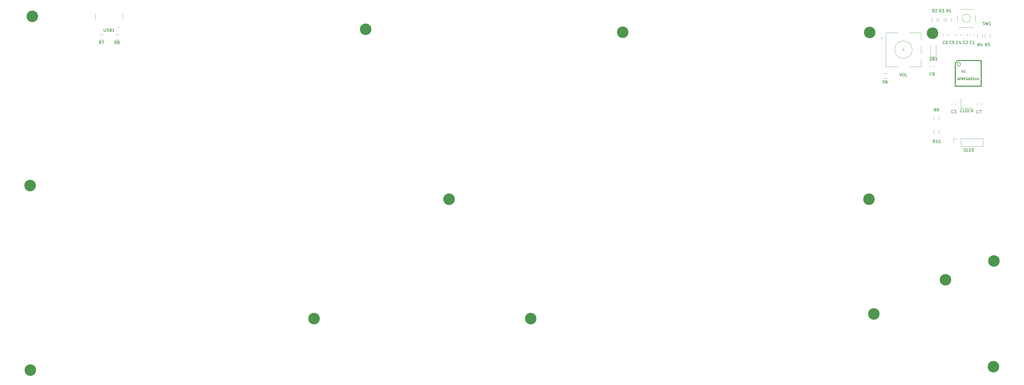
<source format=gbr>
%TF.GenerationSoftware,KiCad,Pcbnew,7.0.7*%
%TF.CreationDate,2023-10-13T15:10:29-04:00*%
%TF.ProjectId,Model A-1.0,4d6f6465-6c20-4412-9d31-2e302e6b6963,1.0*%
%TF.SameCoordinates,Original*%
%TF.FileFunction,Legend,Top*%
%TF.FilePolarity,Positive*%
%FSLAX46Y46*%
G04 Gerber Fmt 4.6, Leading zero omitted, Abs format (unit mm)*
G04 Created by KiCad (PCBNEW 7.0.7) date 2023-10-13 15:10:29*
%MOMM*%
%LPD*%
G01*
G04 APERTURE LIST*
%ADD10C,0.150000*%
%ADD11C,0.120000*%
%ADD12C,0.300000*%
%ADD13C,0.203200*%
%ADD14C,4.000000*%
G04 APERTURE END LIST*
D10*
X352038333Y-59592080D02*
X351990714Y-59639700D01*
X351990714Y-59639700D02*
X351847857Y-59687319D01*
X351847857Y-59687319D02*
X351752619Y-59687319D01*
X351752619Y-59687319D02*
X351609762Y-59639700D01*
X351609762Y-59639700D02*
X351514524Y-59544461D01*
X351514524Y-59544461D02*
X351466905Y-59449223D01*
X351466905Y-59449223D02*
X351419286Y-59258747D01*
X351419286Y-59258747D02*
X351419286Y-59115890D01*
X351419286Y-59115890D02*
X351466905Y-58925414D01*
X351466905Y-58925414D02*
X351514524Y-58830176D01*
X351514524Y-58830176D02*
X351609762Y-58734938D01*
X351609762Y-58734938D02*
X351752619Y-58687319D01*
X351752619Y-58687319D02*
X351847857Y-58687319D01*
X351847857Y-58687319D02*
X351990714Y-58734938D01*
X351990714Y-58734938D02*
X352038333Y-58782557D01*
X352609762Y-59115890D02*
X352514524Y-59068271D01*
X352514524Y-59068271D02*
X352466905Y-59020652D01*
X352466905Y-59020652D02*
X352419286Y-58925414D01*
X352419286Y-58925414D02*
X352419286Y-58877795D01*
X352419286Y-58877795D02*
X352466905Y-58782557D01*
X352466905Y-58782557D02*
X352514524Y-58734938D01*
X352514524Y-58734938D02*
X352609762Y-58687319D01*
X352609762Y-58687319D02*
X352800238Y-58687319D01*
X352800238Y-58687319D02*
X352895476Y-58734938D01*
X352895476Y-58734938D02*
X352943095Y-58782557D01*
X352943095Y-58782557D02*
X352990714Y-58877795D01*
X352990714Y-58877795D02*
X352990714Y-58925414D01*
X352990714Y-58925414D02*
X352943095Y-59020652D01*
X352943095Y-59020652D02*
X352895476Y-59068271D01*
X352895476Y-59068271D02*
X352800238Y-59115890D01*
X352800238Y-59115890D02*
X352609762Y-59115890D01*
X352609762Y-59115890D02*
X352514524Y-59163509D01*
X352514524Y-59163509D02*
X352466905Y-59211128D01*
X352466905Y-59211128D02*
X352419286Y-59306366D01*
X352419286Y-59306366D02*
X352419286Y-59496842D01*
X352419286Y-59496842D02*
X352466905Y-59592080D01*
X352466905Y-59592080D02*
X352514524Y-59639700D01*
X352514524Y-59639700D02*
X352609762Y-59687319D01*
X352609762Y-59687319D02*
X352800238Y-59687319D01*
X352800238Y-59687319D02*
X352895476Y-59639700D01*
X352895476Y-59639700D02*
X352943095Y-59592080D01*
X352943095Y-59592080D02*
X352990714Y-59496842D01*
X352990714Y-59496842D02*
X352990714Y-59306366D01*
X352990714Y-59306366D02*
X352943095Y-59211128D01*
X352943095Y-59211128D02*
X352895476Y-59163509D01*
X352895476Y-59163509D02*
X352800238Y-59115890D01*
X362580952Y-72309580D02*
X362533333Y-72357200D01*
X362533333Y-72357200D02*
X362390476Y-72404819D01*
X362390476Y-72404819D02*
X362295238Y-72404819D01*
X362295238Y-72404819D02*
X362152381Y-72357200D01*
X362152381Y-72357200D02*
X362057143Y-72261961D01*
X362057143Y-72261961D02*
X362009524Y-72166723D01*
X362009524Y-72166723D02*
X361961905Y-71976247D01*
X361961905Y-71976247D02*
X361961905Y-71833390D01*
X361961905Y-71833390D02*
X362009524Y-71642914D01*
X362009524Y-71642914D02*
X362057143Y-71547676D01*
X362057143Y-71547676D02*
X362152381Y-71452438D01*
X362152381Y-71452438D02*
X362295238Y-71404819D01*
X362295238Y-71404819D02*
X362390476Y-71404819D01*
X362390476Y-71404819D02*
X362533333Y-71452438D01*
X362533333Y-71452438D02*
X362580952Y-71500057D01*
X363485714Y-72404819D02*
X363009524Y-72404819D01*
X363009524Y-72404819D02*
X363009524Y-71404819D01*
X364009524Y-71404819D02*
X364200000Y-71404819D01*
X364200000Y-71404819D02*
X364295238Y-71452438D01*
X364295238Y-71452438D02*
X364390476Y-71547676D01*
X364390476Y-71547676D02*
X364438095Y-71738152D01*
X364438095Y-71738152D02*
X364438095Y-72071485D01*
X364438095Y-72071485D02*
X364390476Y-72261961D01*
X364390476Y-72261961D02*
X364295238Y-72357200D01*
X364295238Y-72357200D02*
X364200000Y-72404819D01*
X364200000Y-72404819D02*
X364009524Y-72404819D01*
X364009524Y-72404819D02*
X363914286Y-72357200D01*
X363914286Y-72357200D02*
X363819048Y-72261961D01*
X363819048Y-72261961D02*
X363771429Y-72071485D01*
X363771429Y-72071485D02*
X363771429Y-71738152D01*
X363771429Y-71738152D02*
X363819048Y-71547676D01*
X363819048Y-71547676D02*
X363914286Y-71452438D01*
X363914286Y-71452438D02*
X364009524Y-71404819D01*
X365438095Y-72309580D02*
X365390476Y-72357200D01*
X365390476Y-72357200D02*
X365247619Y-72404819D01*
X365247619Y-72404819D02*
X365152381Y-72404819D01*
X365152381Y-72404819D02*
X365009524Y-72357200D01*
X365009524Y-72357200D02*
X364914286Y-72261961D01*
X364914286Y-72261961D02*
X364866667Y-72166723D01*
X364866667Y-72166723D02*
X364819048Y-71976247D01*
X364819048Y-71976247D02*
X364819048Y-71833390D01*
X364819048Y-71833390D02*
X364866667Y-71642914D01*
X364866667Y-71642914D02*
X364914286Y-71547676D01*
X364914286Y-71547676D02*
X365009524Y-71452438D01*
X365009524Y-71452438D02*
X365152381Y-71404819D01*
X365152381Y-71404819D02*
X365247619Y-71404819D01*
X365247619Y-71404819D02*
X365390476Y-71452438D01*
X365390476Y-71452438D02*
X365438095Y-71500057D01*
X365866667Y-72404819D02*
X365866667Y-71404819D01*
X366438095Y-72404819D02*
X366009524Y-71833390D01*
X366438095Y-71404819D02*
X365866667Y-71976247D01*
X351510714Y-54464819D02*
X351510714Y-53464819D01*
X351510714Y-53464819D02*
X351748809Y-53464819D01*
X351748809Y-53464819D02*
X351891666Y-53512438D01*
X351891666Y-53512438D02*
X351986904Y-53607676D01*
X351986904Y-53607676D02*
X352034523Y-53702914D01*
X352034523Y-53702914D02*
X352082142Y-53893390D01*
X352082142Y-53893390D02*
X352082142Y-54036247D01*
X352082142Y-54036247D02*
X352034523Y-54226723D01*
X352034523Y-54226723D02*
X351986904Y-54321961D01*
X351986904Y-54321961D02*
X351891666Y-54417200D01*
X351891666Y-54417200D02*
X351748809Y-54464819D01*
X351748809Y-54464819D02*
X351510714Y-54464819D01*
X352653571Y-53893390D02*
X352558333Y-53845771D01*
X352558333Y-53845771D02*
X352510714Y-53798152D01*
X352510714Y-53798152D02*
X352463095Y-53702914D01*
X352463095Y-53702914D02*
X352463095Y-53655295D01*
X352463095Y-53655295D02*
X352510714Y-53560057D01*
X352510714Y-53560057D02*
X352558333Y-53512438D01*
X352558333Y-53512438D02*
X352653571Y-53464819D01*
X352653571Y-53464819D02*
X352844047Y-53464819D01*
X352844047Y-53464819D02*
X352939285Y-53512438D01*
X352939285Y-53512438D02*
X352986904Y-53560057D01*
X352986904Y-53560057D02*
X353034523Y-53655295D01*
X353034523Y-53655295D02*
X353034523Y-53702914D01*
X353034523Y-53702914D02*
X352986904Y-53798152D01*
X352986904Y-53798152D02*
X352939285Y-53845771D01*
X352939285Y-53845771D02*
X352844047Y-53893390D01*
X352844047Y-53893390D02*
X352653571Y-53893390D01*
X352653571Y-53893390D02*
X352558333Y-53941009D01*
X352558333Y-53941009D02*
X352510714Y-53988628D01*
X352510714Y-53988628D02*
X352463095Y-54083866D01*
X352463095Y-54083866D02*
X352463095Y-54274342D01*
X352463095Y-54274342D02*
X352510714Y-54369580D01*
X352510714Y-54369580D02*
X352558333Y-54417200D01*
X352558333Y-54417200D02*
X352653571Y-54464819D01*
X352653571Y-54464819D02*
X352844047Y-54464819D01*
X352844047Y-54464819D02*
X352939285Y-54417200D01*
X352939285Y-54417200D02*
X352986904Y-54369580D01*
X352986904Y-54369580D02*
X353034523Y-54274342D01*
X353034523Y-54274342D02*
X353034523Y-54083866D01*
X353034523Y-54083866D02*
X352986904Y-53988628D01*
X352986904Y-53988628D02*
X352939285Y-53941009D01*
X352939285Y-53941009D02*
X352844047Y-53893390D01*
X353986904Y-54464819D02*
X353415476Y-54464819D01*
X353701190Y-54464819D02*
X353701190Y-53464819D01*
X353701190Y-53464819D02*
X353605952Y-53607676D01*
X353605952Y-53607676D02*
X353510714Y-53702914D01*
X353510714Y-53702914D02*
X353415476Y-53750533D01*
X362505476Y-57807295D02*
X362505476Y-58454914D01*
X362505476Y-58454914D02*
X362543571Y-58531104D01*
X362543571Y-58531104D02*
X362581666Y-58569200D01*
X362581666Y-58569200D02*
X362657857Y-58607295D01*
X362657857Y-58607295D02*
X362810238Y-58607295D01*
X362810238Y-58607295D02*
X362886428Y-58569200D01*
X362886428Y-58569200D02*
X362924523Y-58531104D01*
X362924523Y-58531104D02*
X362962619Y-58454914D01*
X362962619Y-58454914D02*
X362962619Y-57807295D01*
X363762618Y-58607295D02*
X363305475Y-58607295D01*
X363534047Y-58607295D02*
X363534047Y-57807295D01*
X363534047Y-57807295D02*
X363457856Y-57921580D01*
X363457856Y-57921580D02*
X363381666Y-57997771D01*
X363381666Y-57997771D02*
X363305475Y-58035866D01*
X361105951Y-61018723D02*
X361486904Y-61018723D01*
X361029761Y-61247295D02*
X361296428Y-60447295D01*
X361296428Y-60447295D02*
X361563094Y-61247295D01*
X361715475Y-60447295D02*
X362172618Y-60447295D01*
X361944046Y-61247295D02*
X361944046Y-60447295D01*
X362439285Y-61247295D02*
X362439285Y-60447295D01*
X362439285Y-60447295D02*
X362705951Y-61018723D01*
X362705951Y-61018723D02*
X362972618Y-60447295D01*
X362972618Y-60447295D02*
X362972618Y-61247295D01*
X363353571Y-60828247D02*
X363620237Y-60828247D01*
X363734523Y-61247295D02*
X363353571Y-61247295D01*
X363353571Y-61247295D02*
X363353571Y-60447295D01*
X363353571Y-60447295D02*
X363734523Y-60447295D01*
X364496428Y-60485390D02*
X364420238Y-60447295D01*
X364420238Y-60447295D02*
X364305952Y-60447295D01*
X364305952Y-60447295D02*
X364191666Y-60485390D01*
X364191666Y-60485390D02*
X364115476Y-60561580D01*
X364115476Y-60561580D02*
X364077381Y-60637771D01*
X364077381Y-60637771D02*
X364039285Y-60790152D01*
X364039285Y-60790152D02*
X364039285Y-60904438D01*
X364039285Y-60904438D02*
X364077381Y-61056819D01*
X364077381Y-61056819D02*
X364115476Y-61133009D01*
X364115476Y-61133009D02*
X364191666Y-61209200D01*
X364191666Y-61209200D02*
X364305952Y-61247295D01*
X364305952Y-61247295D02*
X364382143Y-61247295D01*
X364382143Y-61247295D02*
X364496428Y-61209200D01*
X364496428Y-61209200D02*
X364534524Y-61171104D01*
X364534524Y-61171104D02*
X364534524Y-60904438D01*
X364534524Y-60904438D02*
X364382143Y-60904438D01*
X364839285Y-61018723D02*
X365220238Y-61018723D01*
X364763095Y-61247295D02*
X365029762Y-60447295D01*
X365029762Y-60447295D02*
X365296428Y-61247295D01*
X365486904Y-60447295D02*
X365982142Y-60447295D01*
X365982142Y-60447295D02*
X365715476Y-60752057D01*
X365715476Y-60752057D02*
X365829761Y-60752057D01*
X365829761Y-60752057D02*
X365905952Y-60790152D01*
X365905952Y-60790152D02*
X365944047Y-60828247D01*
X365944047Y-60828247D02*
X365982142Y-60904438D01*
X365982142Y-60904438D02*
X365982142Y-61094914D01*
X365982142Y-61094914D02*
X365944047Y-61171104D01*
X365944047Y-61171104D02*
X365905952Y-61209200D01*
X365905952Y-61209200D02*
X365829761Y-61247295D01*
X365829761Y-61247295D02*
X365601190Y-61247295D01*
X365601190Y-61247295D02*
X365524999Y-61209200D01*
X365524999Y-61209200D02*
X365486904Y-61171104D01*
X366286904Y-60523485D02*
X366325000Y-60485390D01*
X366325000Y-60485390D02*
X366401190Y-60447295D01*
X366401190Y-60447295D02*
X366591666Y-60447295D01*
X366591666Y-60447295D02*
X366667857Y-60485390D01*
X366667857Y-60485390D02*
X366705952Y-60523485D01*
X366705952Y-60523485D02*
X366744047Y-60599676D01*
X366744047Y-60599676D02*
X366744047Y-60675866D01*
X366744047Y-60675866D02*
X366705952Y-60790152D01*
X366705952Y-60790152D02*
X366248809Y-61247295D01*
X366248809Y-61247295D02*
X366744047Y-61247295D01*
X367086905Y-60447295D02*
X367086905Y-61094914D01*
X367086905Y-61094914D02*
X367125000Y-61171104D01*
X367125000Y-61171104D02*
X367163095Y-61209200D01*
X367163095Y-61209200D02*
X367239286Y-61247295D01*
X367239286Y-61247295D02*
X367391667Y-61247295D01*
X367391667Y-61247295D02*
X367467857Y-61209200D01*
X367467857Y-61209200D02*
X367505952Y-61171104D01*
X367505952Y-61171104D02*
X367544048Y-61094914D01*
X367544048Y-61094914D02*
X367544048Y-60447295D01*
X368267857Y-60713961D02*
X368267857Y-61247295D01*
X368077381Y-60409200D02*
X367886904Y-60980628D01*
X367886904Y-60980628D02*
X368382143Y-60980628D01*
X69893333Y-48744819D02*
X69560000Y-48268628D01*
X69321905Y-48744819D02*
X69321905Y-47744819D01*
X69321905Y-47744819D02*
X69702857Y-47744819D01*
X69702857Y-47744819D02*
X69798095Y-47792438D01*
X69798095Y-47792438D02*
X69845714Y-47840057D01*
X69845714Y-47840057D02*
X69893333Y-47935295D01*
X69893333Y-47935295D02*
X69893333Y-48078152D01*
X69893333Y-48078152D02*
X69845714Y-48173390D01*
X69845714Y-48173390D02*
X69798095Y-48221009D01*
X69798095Y-48221009D02*
X69702857Y-48268628D01*
X69702857Y-48268628D02*
X69321905Y-48268628D01*
X70464762Y-48173390D02*
X70369524Y-48125771D01*
X70369524Y-48125771D02*
X70321905Y-48078152D01*
X70321905Y-48078152D02*
X70274286Y-47982914D01*
X70274286Y-47982914D02*
X70274286Y-47935295D01*
X70274286Y-47935295D02*
X70321905Y-47840057D01*
X70321905Y-47840057D02*
X70369524Y-47792438D01*
X70369524Y-47792438D02*
X70464762Y-47744819D01*
X70464762Y-47744819D02*
X70655238Y-47744819D01*
X70655238Y-47744819D02*
X70750476Y-47792438D01*
X70750476Y-47792438D02*
X70798095Y-47840057D01*
X70798095Y-47840057D02*
X70845714Y-47935295D01*
X70845714Y-47935295D02*
X70845714Y-47982914D01*
X70845714Y-47982914D02*
X70798095Y-48078152D01*
X70798095Y-48078152D02*
X70750476Y-48125771D01*
X70750476Y-48125771D02*
X70655238Y-48173390D01*
X70655238Y-48173390D02*
X70464762Y-48173390D01*
X70464762Y-48173390D02*
X70369524Y-48221009D01*
X70369524Y-48221009D02*
X70321905Y-48268628D01*
X70321905Y-48268628D02*
X70274286Y-48363866D01*
X70274286Y-48363866D02*
X70274286Y-48554342D01*
X70274286Y-48554342D02*
X70321905Y-48649580D01*
X70321905Y-48649580D02*
X70369524Y-48697200D01*
X70369524Y-48697200D02*
X70464762Y-48744819D01*
X70464762Y-48744819D02*
X70655238Y-48744819D01*
X70655238Y-48744819D02*
X70750476Y-48697200D01*
X70750476Y-48697200D02*
X70798095Y-48649580D01*
X70798095Y-48649580D02*
X70845714Y-48554342D01*
X70845714Y-48554342D02*
X70845714Y-48363866D01*
X70845714Y-48363866D02*
X70798095Y-48268628D01*
X70798095Y-48268628D02*
X70750476Y-48221009D01*
X70750476Y-48221009D02*
X70655238Y-48173390D01*
X353528333Y-72129819D02*
X353195000Y-71653628D01*
X352956905Y-72129819D02*
X352956905Y-71129819D01*
X352956905Y-71129819D02*
X353337857Y-71129819D01*
X353337857Y-71129819D02*
X353433095Y-71177438D01*
X353433095Y-71177438D02*
X353480714Y-71225057D01*
X353480714Y-71225057D02*
X353528333Y-71320295D01*
X353528333Y-71320295D02*
X353528333Y-71463152D01*
X353528333Y-71463152D02*
X353480714Y-71558390D01*
X353480714Y-71558390D02*
X353433095Y-71606009D01*
X353433095Y-71606009D02*
X353337857Y-71653628D01*
X353337857Y-71653628D02*
X352956905Y-71653628D01*
X354004524Y-72129819D02*
X354195000Y-72129819D01*
X354195000Y-72129819D02*
X354290238Y-72082200D01*
X354290238Y-72082200D02*
X354337857Y-72034580D01*
X354337857Y-72034580D02*
X354433095Y-71891723D01*
X354433095Y-71891723D02*
X354480714Y-71701247D01*
X354480714Y-71701247D02*
X354480714Y-71320295D01*
X354480714Y-71320295D02*
X354433095Y-71225057D01*
X354433095Y-71225057D02*
X354385476Y-71177438D01*
X354385476Y-71177438D02*
X354290238Y-71129819D01*
X354290238Y-71129819D02*
X354099762Y-71129819D01*
X354099762Y-71129819D02*
X354004524Y-71177438D01*
X354004524Y-71177438D02*
X353956905Y-71225057D01*
X353956905Y-71225057D02*
X353909286Y-71320295D01*
X353909286Y-71320295D02*
X353909286Y-71558390D01*
X353909286Y-71558390D02*
X353956905Y-71653628D01*
X353956905Y-71653628D02*
X354004524Y-71701247D01*
X354004524Y-71701247D02*
X354099762Y-71748866D01*
X354099762Y-71748866D02*
X354290238Y-71748866D01*
X354290238Y-71748866D02*
X354385476Y-71701247D01*
X354385476Y-71701247D02*
X354433095Y-71653628D01*
X354433095Y-71653628D02*
X354480714Y-71558390D01*
X355323333Y-37789819D02*
X354990000Y-37313628D01*
X354751905Y-37789819D02*
X354751905Y-36789819D01*
X354751905Y-36789819D02*
X355132857Y-36789819D01*
X355132857Y-36789819D02*
X355228095Y-36837438D01*
X355228095Y-36837438D02*
X355275714Y-36885057D01*
X355275714Y-36885057D02*
X355323333Y-36980295D01*
X355323333Y-36980295D02*
X355323333Y-37123152D01*
X355323333Y-37123152D02*
X355275714Y-37218390D01*
X355275714Y-37218390D02*
X355228095Y-37266009D01*
X355228095Y-37266009D02*
X355132857Y-37313628D01*
X355132857Y-37313628D02*
X354751905Y-37313628D01*
X355656667Y-36789819D02*
X356275714Y-36789819D01*
X356275714Y-36789819D02*
X355942381Y-37170771D01*
X355942381Y-37170771D02*
X356085238Y-37170771D01*
X356085238Y-37170771D02*
X356180476Y-37218390D01*
X356180476Y-37218390D02*
X356228095Y-37266009D01*
X356228095Y-37266009D02*
X356275714Y-37361247D01*
X356275714Y-37361247D02*
X356275714Y-37599342D01*
X356275714Y-37599342D02*
X356228095Y-37694580D01*
X356228095Y-37694580D02*
X356180476Y-37742200D01*
X356180476Y-37742200D02*
X356085238Y-37789819D01*
X356085238Y-37789819D02*
X355799524Y-37789819D01*
X355799524Y-37789819D02*
X355704286Y-37742200D01*
X355704286Y-37742200D02*
X355656667Y-37694580D01*
X357828333Y-37779819D02*
X357495000Y-37303628D01*
X357256905Y-37779819D02*
X357256905Y-36779819D01*
X357256905Y-36779819D02*
X357637857Y-36779819D01*
X357637857Y-36779819D02*
X357733095Y-36827438D01*
X357733095Y-36827438D02*
X357780714Y-36875057D01*
X357780714Y-36875057D02*
X357828333Y-36970295D01*
X357828333Y-36970295D02*
X357828333Y-37113152D01*
X357828333Y-37113152D02*
X357780714Y-37208390D01*
X357780714Y-37208390D02*
X357733095Y-37256009D01*
X357733095Y-37256009D02*
X357637857Y-37303628D01*
X357637857Y-37303628D02*
X357256905Y-37303628D01*
X358780714Y-37779819D02*
X358209286Y-37779819D01*
X358495000Y-37779819D02*
X358495000Y-36779819D01*
X358495000Y-36779819D02*
X358399762Y-36922676D01*
X358399762Y-36922676D02*
X358304524Y-37017914D01*
X358304524Y-37017914D02*
X358209286Y-37065533D01*
X358893333Y-48642080D02*
X358845714Y-48689700D01*
X358845714Y-48689700D02*
X358702857Y-48737319D01*
X358702857Y-48737319D02*
X358607619Y-48737319D01*
X358607619Y-48737319D02*
X358464762Y-48689700D01*
X358464762Y-48689700D02*
X358369524Y-48594461D01*
X358369524Y-48594461D02*
X358321905Y-48499223D01*
X358321905Y-48499223D02*
X358274286Y-48308747D01*
X358274286Y-48308747D02*
X358274286Y-48165890D01*
X358274286Y-48165890D02*
X358321905Y-47975414D01*
X358321905Y-47975414D02*
X358369524Y-47880176D01*
X358369524Y-47880176D02*
X358464762Y-47784938D01*
X358464762Y-47784938D02*
X358607619Y-47737319D01*
X358607619Y-47737319D02*
X358702857Y-47737319D01*
X358702857Y-47737319D02*
X358845714Y-47784938D01*
X358845714Y-47784938D02*
X358893333Y-47832557D01*
X359798095Y-47737319D02*
X359321905Y-47737319D01*
X359321905Y-47737319D02*
X359274286Y-48213509D01*
X359274286Y-48213509D02*
X359321905Y-48165890D01*
X359321905Y-48165890D02*
X359417143Y-48118271D01*
X359417143Y-48118271D02*
X359655238Y-48118271D01*
X359655238Y-48118271D02*
X359750476Y-48165890D01*
X359750476Y-48165890D02*
X359798095Y-48213509D01*
X359798095Y-48213509D02*
X359845714Y-48308747D01*
X359845714Y-48308747D02*
X359845714Y-48546842D01*
X359845714Y-48546842D02*
X359798095Y-48642080D01*
X359798095Y-48642080D02*
X359750476Y-48689700D01*
X359750476Y-48689700D02*
X359655238Y-48737319D01*
X359655238Y-48737319D02*
X359417143Y-48737319D01*
X359417143Y-48737319D02*
X359321905Y-48689700D01*
X359321905Y-48689700D02*
X359274286Y-48642080D01*
X341013095Y-58949819D02*
X341346428Y-59949819D01*
X341346428Y-59949819D02*
X341679761Y-58949819D01*
X342203571Y-58949819D02*
X342394047Y-58949819D01*
X342394047Y-58949819D02*
X342489285Y-58997438D01*
X342489285Y-58997438D02*
X342584523Y-59092676D01*
X342584523Y-59092676D02*
X342632142Y-59283152D01*
X342632142Y-59283152D02*
X342632142Y-59616485D01*
X342632142Y-59616485D02*
X342584523Y-59806961D01*
X342584523Y-59806961D02*
X342489285Y-59902200D01*
X342489285Y-59902200D02*
X342394047Y-59949819D01*
X342394047Y-59949819D02*
X342203571Y-59949819D01*
X342203571Y-59949819D02*
X342108333Y-59902200D01*
X342108333Y-59902200D02*
X342013095Y-59806961D01*
X342013095Y-59806961D02*
X341965476Y-59616485D01*
X341965476Y-59616485D02*
X341965476Y-59283152D01*
X341965476Y-59283152D02*
X342013095Y-59092676D01*
X342013095Y-59092676D02*
X342108333Y-58997438D01*
X342108333Y-58997438D02*
X342203571Y-58949819D01*
X343536904Y-59949819D02*
X343060714Y-59949819D01*
X343060714Y-59949819D02*
X343060714Y-58949819D01*
X361238333Y-48672080D02*
X361190714Y-48719700D01*
X361190714Y-48719700D02*
X361047857Y-48767319D01*
X361047857Y-48767319D02*
X360952619Y-48767319D01*
X360952619Y-48767319D02*
X360809762Y-48719700D01*
X360809762Y-48719700D02*
X360714524Y-48624461D01*
X360714524Y-48624461D02*
X360666905Y-48529223D01*
X360666905Y-48529223D02*
X360619286Y-48338747D01*
X360619286Y-48338747D02*
X360619286Y-48195890D01*
X360619286Y-48195890D02*
X360666905Y-48005414D01*
X360666905Y-48005414D02*
X360714524Y-47910176D01*
X360714524Y-47910176D02*
X360809762Y-47814938D01*
X360809762Y-47814938D02*
X360952619Y-47767319D01*
X360952619Y-47767319D02*
X361047857Y-47767319D01*
X361047857Y-47767319D02*
X361190714Y-47814938D01*
X361190714Y-47814938D02*
X361238333Y-47862557D01*
X362095476Y-48100652D02*
X362095476Y-48767319D01*
X361857381Y-47719700D02*
X361619286Y-48433985D01*
X361619286Y-48433985D02*
X362238333Y-48433985D01*
X363578333Y-48632080D02*
X363530714Y-48679700D01*
X363530714Y-48679700D02*
X363387857Y-48727319D01*
X363387857Y-48727319D02*
X363292619Y-48727319D01*
X363292619Y-48727319D02*
X363149762Y-48679700D01*
X363149762Y-48679700D02*
X363054524Y-48584461D01*
X363054524Y-48584461D02*
X363006905Y-48489223D01*
X363006905Y-48489223D02*
X362959286Y-48298747D01*
X362959286Y-48298747D02*
X362959286Y-48155890D01*
X362959286Y-48155890D02*
X363006905Y-47965414D01*
X363006905Y-47965414D02*
X363054524Y-47870176D01*
X363054524Y-47870176D02*
X363149762Y-47774938D01*
X363149762Y-47774938D02*
X363292619Y-47727319D01*
X363292619Y-47727319D02*
X363387857Y-47727319D01*
X363387857Y-47727319D02*
X363530714Y-47774938D01*
X363530714Y-47774938D02*
X363578333Y-47822557D01*
X363959286Y-47822557D02*
X364006905Y-47774938D01*
X364006905Y-47774938D02*
X364102143Y-47727319D01*
X364102143Y-47727319D02*
X364340238Y-47727319D01*
X364340238Y-47727319D02*
X364435476Y-47774938D01*
X364435476Y-47774938D02*
X364483095Y-47822557D01*
X364483095Y-47822557D02*
X364530714Y-47917795D01*
X364530714Y-47917795D02*
X364530714Y-48013033D01*
X364530714Y-48013033D02*
X364483095Y-48155890D01*
X364483095Y-48155890D02*
X363911667Y-48727319D01*
X363911667Y-48727319D02*
X364530714Y-48727319D01*
X352938333Y-37792319D02*
X352605000Y-37316128D01*
X352366905Y-37792319D02*
X352366905Y-36792319D01*
X352366905Y-36792319D02*
X352747857Y-36792319D01*
X352747857Y-36792319D02*
X352843095Y-36839938D01*
X352843095Y-36839938D02*
X352890714Y-36887557D01*
X352890714Y-36887557D02*
X352938333Y-36982795D01*
X352938333Y-36982795D02*
X352938333Y-37125652D01*
X352938333Y-37125652D02*
X352890714Y-37220890D01*
X352890714Y-37220890D02*
X352843095Y-37268509D01*
X352843095Y-37268509D02*
X352747857Y-37316128D01*
X352747857Y-37316128D02*
X352366905Y-37316128D01*
X353319286Y-36887557D02*
X353366905Y-36839938D01*
X353366905Y-36839938D02*
X353462143Y-36792319D01*
X353462143Y-36792319D02*
X353700238Y-36792319D01*
X353700238Y-36792319D02*
X353795476Y-36839938D01*
X353795476Y-36839938D02*
X353843095Y-36887557D01*
X353843095Y-36887557D02*
X353890714Y-36982795D01*
X353890714Y-36982795D02*
X353890714Y-37078033D01*
X353890714Y-37078033D02*
X353843095Y-37220890D01*
X353843095Y-37220890D02*
X353271667Y-37792319D01*
X353271667Y-37792319D02*
X353890714Y-37792319D01*
X65546905Y-43494819D02*
X65546905Y-44304342D01*
X65546905Y-44304342D02*
X65594524Y-44399580D01*
X65594524Y-44399580D02*
X65642143Y-44447200D01*
X65642143Y-44447200D02*
X65737381Y-44494819D01*
X65737381Y-44494819D02*
X65927857Y-44494819D01*
X65927857Y-44494819D02*
X66023095Y-44447200D01*
X66023095Y-44447200D02*
X66070714Y-44399580D01*
X66070714Y-44399580D02*
X66118333Y-44304342D01*
X66118333Y-44304342D02*
X66118333Y-43494819D01*
X66546905Y-44447200D02*
X66689762Y-44494819D01*
X66689762Y-44494819D02*
X66927857Y-44494819D01*
X66927857Y-44494819D02*
X67023095Y-44447200D01*
X67023095Y-44447200D02*
X67070714Y-44399580D01*
X67070714Y-44399580D02*
X67118333Y-44304342D01*
X67118333Y-44304342D02*
X67118333Y-44209104D01*
X67118333Y-44209104D02*
X67070714Y-44113866D01*
X67070714Y-44113866D02*
X67023095Y-44066247D01*
X67023095Y-44066247D02*
X66927857Y-44018628D01*
X66927857Y-44018628D02*
X66737381Y-43971009D01*
X66737381Y-43971009D02*
X66642143Y-43923390D01*
X66642143Y-43923390D02*
X66594524Y-43875771D01*
X66594524Y-43875771D02*
X66546905Y-43780533D01*
X66546905Y-43780533D02*
X66546905Y-43685295D01*
X66546905Y-43685295D02*
X66594524Y-43590057D01*
X66594524Y-43590057D02*
X66642143Y-43542438D01*
X66642143Y-43542438D02*
X66737381Y-43494819D01*
X66737381Y-43494819D02*
X66975476Y-43494819D01*
X66975476Y-43494819D02*
X67118333Y-43542438D01*
X67880238Y-43971009D02*
X68023095Y-44018628D01*
X68023095Y-44018628D02*
X68070714Y-44066247D01*
X68070714Y-44066247D02*
X68118333Y-44161485D01*
X68118333Y-44161485D02*
X68118333Y-44304342D01*
X68118333Y-44304342D02*
X68070714Y-44399580D01*
X68070714Y-44399580D02*
X68023095Y-44447200D01*
X68023095Y-44447200D02*
X67927857Y-44494819D01*
X67927857Y-44494819D02*
X67546905Y-44494819D01*
X67546905Y-44494819D02*
X67546905Y-43494819D01*
X67546905Y-43494819D02*
X67880238Y-43494819D01*
X67880238Y-43494819D02*
X67975476Y-43542438D01*
X67975476Y-43542438D02*
X68023095Y-43590057D01*
X68023095Y-43590057D02*
X68070714Y-43685295D01*
X68070714Y-43685295D02*
X68070714Y-43780533D01*
X68070714Y-43780533D02*
X68023095Y-43875771D01*
X68023095Y-43875771D02*
X67975476Y-43923390D01*
X67975476Y-43923390D02*
X67880238Y-43971009D01*
X67880238Y-43971009D02*
X67546905Y-43971009D01*
X69070714Y-44494819D02*
X68499286Y-44494819D01*
X68785000Y-44494819D02*
X68785000Y-43494819D01*
X68785000Y-43494819D02*
X68689762Y-43637676D01*
X68689762Y-43637676D02*
X68594524Y-43732914D01*
X68594524Y-43732914D02*
X68499286Y-43780533D01*
X368233333Y-72714580D02*
X368185714Y-72762200D01*
X368185714Y-72762200D02*
X368042857Y-72809819D01*
X368042857Y-72809819D02*
X367947619Y-72809819D01*
X367947619Y-72809819D02*
X367804762Y-72762200D01*
X367804762Y-72762200D02*
X367709524Y-72666961D01*
X367709524Y-72666961D02*
X367661905Y-72571723D01*
X367661905Y-72571723D02*
X367614286Y-72381247D01*
X367614286Y-72381247D02*
X367614286Y-72238390D01*
X367614286Y-72238390D02*
X367661905Y-72047914D01*
X367661905Y-72047914D02*
X367709524Y-71952676D01*
X367709524Y-71952676D02*
X367804762Y-71857438D01*
X367804762Y-71857438D02*
X367947619Y-71809819D01*
X367947619Y-71809819D02*
X368042857Y-71809819D01*
X368042857Y-71809819D02*
X368185714Y-71857438D01*
X368185714Y-71857438D02*
X368233333Y-71905057D01*
X368566667Y-71809819D02*
X369233333Y-71809819D01*
X369233333Y-71809819D02*
X368804762Y-72809819D01*
X64463333Y-48744819D02*
X64130000Y-48268628D01*
X63891905Y-48744819D02*
X63891905Y-47744819D01*
X63891905Y-47744819D02*
X64272857Y-47744819D01*
X64272857Y-47744819D02*
X64368095Y-47792438D01*
X64368095Y-47792438D02*
X64415714Y-47840057D01*
X64415714Y-47840057D02*
X64463333Y-47935295D01*
X64463333Y-47935295D02*
X64463333Y-48078152D01*
X64463333Y-48078152D02*
X64415714Y-48173390D01*
X64415714Y-48173390D02*
X64368095Y-48221009D01*
X64368095Y-48221009D02*
X64272857Y-48268628D01*
X64272857Y-48268628D02*
X63891905Y-48268628D01*
X64796667Y-47744819D02*
X65463333Y-47744819D01*
X65463333Y-47744819D02*
X65034762Y-48744819D01*
X365953333Y-48652080D02*
X365905714Y-48699700D01*
X365905714Y-48699700D02*
X365762857Y-48747319D01*
X365762857Y-48747319D02*
X365667619Y-48747319D01*
X365667619Y-48747319D02*
X365524762Y-48699700D01*
X365524762Y-48699700D02*
X365429524Y-48604461D01*
X365429524Y-48604461D02*
X365381905Y-48509223D01*
X365381905Y-48509223D02*
X365334286Y-48318747D01*
X365334286Y-48318747D02*
X365334286Y-48175890D01*
X365334286Y-48175890D02*
X365381905Y-47985414D01*
X365381905Y-47985414D02*
X365429524Y-47890176D01*
X365429524Y-47890176D02*
X365524762Y-47794938D01*
X365524762Y-47794938D02*
X365667619Y-47747319D01*
X365667619Y-47747319D02*
X365762857Y-47747319D01*
X365762857Y-47747319D02*
X365905714Y-47794938D01*
X365905714Y-47794938D02*
X365953333Y-47842557D01*
X366905714Y-48747319D02*
X366334286Y-48747319D01*
X366620000Y-48747319D02*
X366620000Y-47747319D01*
X366620000Y-47747319D02*
X366524762Y-47890176D01*
X366524762Y-47890176D02*
X366429524Y-47985414D01*
X366429524Y-47985414D02*
X366334286Y-48033033D01*
X353187142Y-83084819D02*
X352853809Y-82608628D01*
X352615714Y-83084819D02*
X352615714Y-82084819D01*
X352615714Y-82084819D02*
X352996666Y-82084819D01*
X352996666Y-82084819D02*
X353091904Y-82132438D01*
X353091904Y-82132438D02*
X353139523Y-82180057D01*
X353139523Y-82180057D02*
X353187142Y-82275295D01*
X353187142Y-82275295D02*
X353187142Y-82418152D01*
X353187142Y-82418152D02*
X353139523Y-82513390D01*
X353139523Y-82513390D02*
X353091904Y-82561009D01*
X353091904Y-82561009D02*
X352996666Y-82608628D01*
X352996666Y-82608628D02*
X352615714Y-82608628D01*
X354139523Y-83084819D02*
X353568095Y-83084819D01*
X353853809Y-83084819D02*
X353853809Y-82084819D01*
X353853809Y-82084819D02*
X353758571Y-82227676D01*
X353758571Y-82227676D02*
X353663333Y-82322914D01*
X353663333Y-82322914D02*
X353568095Y-82370533D01*
X354758571Y-82084819D02*
X354853809Y-82084819D01*
X354853809Y-82084819D02*
X354949047Y-82132438D01*
X354949047Y-82132438D02*
X354996666Y-82180057D01*
X354996666Y-82180057D02*
X355044285Y-82275295D01*
X355044285Y-82275295D02*
X355091904Y-82465771D01*
X355091904Y-82465771D02*
X355091904Y-82703866D01*
X355091904Y-82703866D02*
X355044285Y-82894342D01*
X355044285Y-82894342D02*
X354996666Y-82989580D01*
X354996666Y-82989580D02*
X354949047Y-83037200D01*
X354949047Y-83037200D02*
X354853809Y-83084819D01*
X354853809Y-83084819D02*
X354758571Y-83084819D01*
X354758571Y-83084819D02*
X354663333Y-83037200D01*
X354663333Y-83037200D02*
X354615714Y-82989580D01*
X354615714Y-82989580D02*
X354568095Y-82894342D01*
X354568095Y-82894342D02*
X354520476Y-82703866D01*
X354520476Y-82703866D02*
X354520476Y-82465771D01*
X354520476Y-82465771D02*
X354568095Y-82275295D01*
X354568095Y-82275295D02*
X354615714Y-82180057D01*
X354615714Y-82180057D02*
X354663333Y-82132438D01*
X354663333Y-82132438D02*
X354758571Y-82084819D01*
X359523333Y-72649580D02*
X359475714Y-72697200D01*
X359475714Y-72697200D02*
X359332857Y-72744819D01*
X359332857Y-72744819D02*
X359237619Y-72744819D01*
X359237619Y-72744819D02*
X359094762Y-72697200D01*
X359094762Y-72697200D02*
X358999524Y-72601961D01*
X358999524Y-72601961D02*
X358951905Y-72506723D01*
X358951905Y-72506723D02*
X358904286Y-72316247D01*
X358904286Y-72316247D02*
X358904286Y-72173390D01*
X358904286Y-72173390D02*
X358951905Y-71982914D01*
X358951905Y-71982914D02*
X358999524Y-71887676D01*
X358999524Y-71887676D02*
X359094762Y-71792438D01*
X359094762Y-71792438D02*
X359237619Y-71744819D01*
X359237619Y-71744819D02*
X359332857Y-71744819D01*
X359332857Y-71744819D02*
X359475714Y-71792438D01*
X359475714Y-71792438D02*
X359523333Y-71840057D01*
X359856667Y-71744819D02*
X360475714Y-71744819D01*
X360475714Y-71744819D02*
X360142381Y-72125771D01*
X360142381Y-72125771D02*
X360285238Y-72125771D01*
X360285238Y-72125771D02*
X360380476Y-72173390D01*
X360380476Y-72173390D02*
X360428095Y-72221009D01*
X360428095Y-72221009D02*
X360475714Y-72316247D01*
X360475714Y-72316247D02*
X360475714Y-72554342D01*
X360475714Y-72554342D02*
X360428095Y-72649580D01*
X360428095Y-72649580D02*
X360380476Y-72697200D01*
X360380476Y-72697200D02*
X360285238Y-72744819D01*
X360285238Y-72744819D02*
X359999524Y-72744819D01*
X359999524Y-72744819D02*
X359904286Y-72697200D01*
X359904286Y-72697200D02*
X359856667Y-72649580D01*
X363467619Y-85049819D02*
X363658095Y-85049819D01*
X363658095Y-85049819D02*
X363753333Y-85097438D01*
X363753333Y-85097438D02*
X363848571Y-85192676D01*
X363848571Y-85192676D02*
X363896190Y-85383152D01*
X363896190Y-85383152D02*
X363896190Y-85716485D01*
X363896190Y-85716485D02*
X363848571Y-85906961D01*
X363848571Y-85906961D02*
X363753333Y-86002200D01*
X363753333Y-86002200D02*
X363658095Y-86049819D01*
X363658095Y-86049819D02*
X363467619Y-86049819D01*
X363467619Y-86049819D02*
X363372381Y-86002200D01*
X363372381Y-86002200D02*
X363277143Y-85906961D01*
X363277143Y-85906961D02*
X363229524Y-85716485D01*
X363229524Y-85716485D02*
X363229524Y-85383152D01*
X363229524Y-85383152D02*
X363277143Y-85192676D01*
X363277143Y-85192676D02*
X363372381Y-85097438D01*
X363372381Y-85097438D02*
X363467619Y-85049819D01*
X364800952Y-86049819D02*
X364324762Y-86049819D01*
X364324762Y-86049819D02*
X364324762Y-85049819D01*
X365134286Y-85526009D02*
X365467619Y-85526009D01*
X365610476Y-86049819D02*
X365134286Y-86049819D01*
X365134286Y-86049819D02*
X365134286Y-85049819D01*
X365134286Y-85049819D02*
X365610476Y-85049819D01*
X366039048Y-86049819D02*
X366039048Y-85049819D01*
X366039048Y-85049819D02*
X366277143Y-85049819D01*
X366277143Y-85049819D02*
X366420000Y-85097438D01*
X366420000Y-85097438D02*
X366515238Y-85192676D01*
X366515238Y-85192676D02*
X366562857Y-85287914D01*
X366562857Y-85287914D02*
X366610476Y-85478390D01*
X366610476Y-85478390D02*
X366610476Y-85621247D01*
X366610476Y-85621247D02*
X366562857Y-85811723D01*
X366562857Y-85811723D02*
X366515238Y-85906961D01*
X366515238Y-85906961D02*
X366420000Y-86002200D01*
X366420000Y-86002200D02*
X366277143Y-86049819D01*
X366277143Y-86049819D02*
X366039048Y-86049819D01*
X335818333Y-62439819D02*
X335485000Y-61963628D01*
X335246905Y-62439819D02*
X335246905Y-61439819D01*
X335246905Y-61439819D02*
X335627857Y-61439819D01*
X335627857Y-61439819D02*
X335723095Y-61487438D01*
X335723095Y-61487438D02*
X335770714Y-61535057D01*
X335770714Y-61535057D02*
X335818333Y-61630295D01*
X335818333Y-61630295D02*
X335818333Y-61773152D01*
X335818333Y-61773152D02*
X335770714Y-61868390D01*
X335770714Y-61868390D02*
X335723095Y-61916009D01*
X335723095Y-61916009D02*
X335627857Y-61963628D01*
X335627857Y-61963628D02*
X335246905Y-61963628D01*
X336675476Y-61439819D02*
X336485000Y-61439819D01*
X336485000Y-61439819D02*
X336389762Y-61487438D01*
X336389762Y-61487438D02*
X336342143Y-61535057D01*
X336342143Y-61535057D02*
X336246905Y-61677914D01*
X336246905Y-61677914D02*
X336199286Y-61868390D01*
X336199286Y-61868390D02*
X336199286Y-62249342D01*
X336199286Y-62249342D02*
X336246905Y-62344580D01*
X336246905Y-62344580D02*
X336294524Y-62392200D01*
X336294524Y-62392200D02*
X336389762Y-62439819D01*
X336389762Y-62439819D02*
X336580238Y-62439819D01*
X336580238Y-62439819D02*
X336675476Y-62392200D01*
X336675476Y-62392200D02*
X336723095Y-62344580D01*
X336723095Y-62344580D02*
X336770714Y-62249342D01*
X336770714Y-62249342D02*
X336770714Y-62011247D01*
X336770714Y-62011247D02*
X336723095Y-61916009D01*
X336723095Y-61916009D02*
X336675476Y-61868390D01*
X336675476Y-61868390D02*
X336580238Y-61820771D01*
X336580238Y-61820771D02*
X336389762Y-61820771D01*
X336389762Y-61820771D02*
X336294524Y-61868390D01*
X336294524Y-61868390D02*
X336246905Y-61916009D01*
X336246905Y-61916009D02*
X336199286Y-62011247D01*
X369866667Y-42087200D02*
X370009524Y-42134819D01*
X370009524Y-42134819D02*
X370247619Y-42134819D01*
X370247619Y-42134819D02*
X370342857Y-42087200D01*
X370342857Y-42087200D02*
X370390476Y-42039580D01*
X370390476Y-42039580D02*
X370438095Y-41944342D01*
X370438095Y-41944342D02*
X370438095Y-41849104D01*
X370438095Y-41849104D02*
X370390476Y-41753866D01*
X370390476Y-41753866D02*
X370342857Y-41706247D01*
X370342857Y-41706247D02*
X370247619Y-41658628D01*
X370247619Y-41658628D02*
X370057143Y-41611009D01*
X370057143Y-41611009D02*
X369961905Y-41563390D01*
X369961905Y-41563390D02*
X369914286Y-41515771D01*
X369914286Y-41515771D02*
X369866667Y-41420533D01*
X369866667Y-41420533D02*
X369866667Y-41325295D01*
X369866667Y-41325295D02*
X369914286Y-41230057D01*
X369914286Y-41230057D02*
X369961905Y-41182438D01*
X369961905Y-41182438D02*
X370057143Y-41134819D01*
X370057143Y-41134819D02*
X370295238Y-41134819D01*
X370295238Y-41134819D02*
X370438095Y-41182438D01*
X370771429Y-41134819D02*
X371009524Y-42134819D01*
X371009524Y-42134819D02*
X371200000Y-41420533D01*
X371200000Y-41420533D02*
X371390476Y-42134819D01*
X371390476Y-42134819D02*
X371628572Y-41134819D01*
X372533333Y-42134819D02*
X371961905Y-42134819D01*
X372247619Y-42134819D02*
X372247619Y-41134819D01*
X372247619Y-41134819D02*
X372152381Y-41277676D01*
X372152381Y-41277676D02*
X372057143Y-41372914D01*
X372057143Y-41372914D02*
X371961905Y-41420533D01*
X368628333Y-49524819D02*
X368295000Y-49048628D01*
X368056905Y-49524819D02*
X368056905Y-48524819D01*
X368056905Y-48524819D02*
X368437857Y-48524819D01*
X368437857Y-48524819D02*
X368533095Y-48572438D01*
X368533095Y-48572438D02*
X368580714Y-48620057D01*
X368580714Y-48620057D02*
X368628333Y-48715295D01*
X368628333Y-48715295D02*
X368628333Y-48858152D01*
X368628333Y-48858152D02*
X368580714Y-48953390D01*
X368580714Y-48953390D02*
X368533095Y-49001009D01*
X368533095Y-49001009D02*
X368437857Y-49048628D01*
X368437857Y-49048628D02*
X368056905Y-49048628D01*
X369485476Y-48858152D02*
X369485476Y-49524819D01*
X369247381Y-48477200D02*
X369009286Y-49191485D01*
X369009286Y-49191485D02*
X369628333Y-49191485D01*
X371198333Y-49524819D02*
X370865000Y-49048628D01*
X370626905Y-49524819D02*
X370626905Y-48524819D01*
X370626905Y-48524819D02*
X371007857Y-48524819D01*
X371007857Y-48524819D02*
X371103095Y-48572438D01*
X371103095Y-48572438D02*
X371150714Y-48620057D01*
X371150714Y-48620057D02*
X371198333Y-48715295D01*
X371198333Y-48715295D02*
X371198333Y-48858152D01*
X371198333Y-48858152D02*
X371150714Y-48953390D01*
X371150714Y-48953390D02*
X371103095Y-49001009D01*
X371103095Y-49001009D02*
X371007857Y-49048628D01*
X371007857Y-49048628D02*
X370626905Y-49048628D01*
X372103095Y-48524819D02*
X371626905Y-48524819D01*
X371626905Y-48524819D02*
X371579286Y-49001009D01*
X371579286Y-49001009D02*
X371626905Y-48953390D01*
X371626905Y-48953390D02*
X371722143Y-48905771D01*
X371722143Y-48905771D02*
X371960238Y-48905771D01*
X371960238Y-48905771D02*
X372055476Y-48953390D01*
X372055476Y-48953390D02*
X372103095Y-49001009D01*
X372103095Y-49001009D02*
X372150714Y-49096247D01*
X372150714Y-49096247D02*
X372150714Y-49334342D01*
X372150714Y-49334342D02*
X372103095Y-49429580D01*
X372103095Y-49429580D02*
X372055476Y-49477200D01*
X372055476Y-49477200D02*
X371960238Y-49524819D01*
X371960238Y-49524819D02*
X371722143Y-49524819D01*
X371722143Y-49524819D02*
X371626905Y-49477200D01*
X371626905Y-49477200D02*
X371579286Y-49429580D01*
X356628333Y-48657080D02*
X356580714Y-48704700D01*
X356580714Y-48704700D02*
X356437857Y-48752319D01*
X356437857Y-48752319D02*
X356342619Y-48752319D01*
X356342619Y-48752319D02*
X356199762Y-48704700D01*
X356199762Y-48704700D02*
X356104524Y-48609461D01*
X356104524Y-48609461D02*
X356056905Y-48514223D01*
X356056905Y-48514223D02*
X356009286Y-48323747D01*
X356009286Y-48323747D02*
X356009286Y-48180890D01*
X356009286Y-48180890D02*
X356056905Y-47990414D01*
X356056905Y-47990414D02*
X356104524Y-47895176D01*
X356104524Y-47895176D02*
X356199762Y-47799938D01*
X356199762Y-47799938D02*
X356342619Y-47752319D01*
X356342619Y-47752319D02*
X356437857Y-47752319D01*
X356437857Y-47752319D02*
X356580714Y-47799938D01*
X356580714Y-47799938D02*
X356628333Y-47847557D01*
X357485476Y-47752319D02*
X357295000Y-47752319D01*
X357295000Y-47752319D02*
X357199762Y-47799938D01*
X357199762Y-47799938D02*
X357152143Y-47847557D01*
X357152143Y-47847557D02*
X357056905Y-47990414D01*
X357056905Y-47990414D02*
X357009286Y-48180890D01*
X357009286Y-48180890D02*
X357009286Y-48561842D01*
X357009286Y-48561842D02*
X357056905Y-48657080D01*
X357056905Y-48657080D02*
X357104524Y-48704700D01*
X357104524Y-48704700D02*
X357199762Y-48752319D01*
X357199762Y-48752319D02*
X357390238Y-48752319D01*
X357390238Y-48752319D02*
X357485476Y-48704700D01*
X357485476Y-48704700D02*
X357533095Y-48657080D01*
X357533095Y-48657080D02*
X357580714Y-48561842D01*
X357580714Y-48561842D02*
X357580714Y-48323747D01*
X357580714Y-48323747D02*
X357533095Y-48228509D01*
X357533095Y-48228509D02*
X357485476Y-48180890D01*
X357485476Y-48180890D02*
X357390238Y-48133271D01*
X357390238Y-48133271D02*
X357199762Y-48133271D01*
X357199762Y-48133271D02*
X357104524Y-48180890D01*
X357104524Y-48180890D02*
X357056905Y-48228509D01*
X357056905Y-48228509D02*
X357009286Y-48323747D01*
D11*
%TO.C,C8*%
X352865000Y-56316248D02*
X352865000Y-56838752D01*
X351395000Y-56316248D02*
X351395000Y-56838752D01*
%TO.C,CLOCK*%
X362150000Y-67750000D02*
X362150000Y-70950000D01*
X362150000Y-70950000D02*
X366150000Y-70950000D01*
%TO.C,D81*%
X351570000Y-53145000D02*
X353570000Y-53145000D01*
X351570000Y-53145000D02*
X351570000Y-49135000D01*
X353570000Y-53145000D02*
X353570000Y-49135000D01*
D12*
%TO.C,U1*%
X360250000Y-55380000D02*
X360250000Y-63430000D01*
X360250000Y-63430000D02*
X369175000Y-63430000D01*
X361125000Y-54530000D02*
X360250000Y-55380000D01*
X369175000Y-54530000D02*
X361125000Y-54530000D01*
X369175000Y-63430000D02*
X369175000Y-54530000D01*
D13*
X362125000Y-55820000D02*
G75*
G03*
X362125000Y-55820000I-635000J0D01*
G01*
D11*
%TO.C,R8*%
X70787064Y-47380000D02*
X69332936Y-47380000D01*
X70787064Y-45560000D02*
X69332936Y-45560000D01*
%TO.C,R9*%
X352785000Y-75377064D02*
X352785000Y-73922936D01*
X354605000Y-75377064D02*
X354605000Y-73922936D01*
%TO.C,R3*%
X356335000Y-39622936D02*
X356335000Y-41077064D01*
X354515000Y-39622936D02*
X354515000Y-41077064D01*
%TO.C,R1*%
X357055000Y-41064564D02*
X357055000Y-39610436D01*
X358875000Y-41064564D02*
X358875000Y-39610436D01*
%TO.C,C5*%
X358325000Y-45876252D02*
X358325000Y-45353748D01*
X359795000Y-45876252D02*
X359795000Y-45353748D01*
%TO.C,VOL*%
X334505000Y-46655000D02*
X335105000Y-46655000D01*
X334805000Y-46955000D02*
X334505000Y-46655000D01*
X335105000Y-46655000D02*
X334805000Y-46955000D01*
X336205000Y-44855000D02*
X336205000Y-56655000D01*
X340305000Y-44855000D02*
X336205000Y-44855000D01*
X340305000Y-56655000D02*
X336205000Y-56655000D01*
X341805000Y-50755000D02*
X342805000Y-50755000D01*
X342305000Y-50255000D02*
X342305000Y-51255000D01*
X344305000Y-44855000D02*
X348405000Y-44855000D01*
X348405000Y-44855000D02*
X348405000Y-47255000D01*
X348405000Y-49455000D02*
X348405000Y-52055000D01*
X348405000Y-54255000D02*
X348405000Y-56655000D01*
X348405000Y-56655000D02*
X344305000Y-56655000D01*
X345305000Y-50755000D02*
G75*
G03*
X345305000Y-50755000I-3000000J0D01*
G01*
%TO.C,C4*%
X360590000Y-45863752D02*
X360590000Y-45341248D01*
X362060000Y-45863752D02*
X362060000Y-45341248D01*
%TO.C,C2*%
X362900000Y-45853752D02*
X362900000Y-45331248D01*
X364370000Y-45853752D02*
X364370000Y-45331248D01*
%TO.C,R2*%
X353920000Y-39642936D02*
X353920000Y-41097064D01*
X352100000Y-39642936D02*
X352100000Y-41097064D01*
%TO.C,USB1*%
X71985000Y-40175000D02*
X71985000Y-38395000D01*
X70085000Y-43095000D02*
X70885000Y-43095000D01*
X62585000Y-40175000D02*
X62585000Y-38395000D01*
%TO.C,C7*%
X369255000Y-69338748D02*
X369255000Y-69861252D01*
X367785000Y-69338748D02*
X367785000Y-69861252D01*
%TO.C,R7*%
X65357064Y-47380000D02*
X63902936Y-47380000D01*
X65357064Y-45560000D02*
X63902936Y-45560000D01*
%TO.C,C1*%
X365295000Y-45853752D02*
X365295000Y-45331248D01*
X366765000Y-45853752D02*
X366765000Y-45331248D01*
%TO.C,R10*%
X352785000Y-80172064D02*
X352785000Y-78717936D01*
X354605000Y-80172064D02*
X354605000Y-78717936D01*
%TO.C,C3*%
X360435000Y-69343748D02*
X360435000Y-69866252D01*
X358965000Y-69343748D02*
X358965000Y-69866252D01*
%TO.C,OLED*%
X362215000Y-84280000D02*
X369895000Y-84280000D01*
X362215000Y-84280000D02*
X362215000Y-81620000D01*
X369895000Y-84280000D02*
X369895000Y-81620000D01*
X359615000Y-82950000D02*
X359615000Y-81620000D01*
X359615000Y-81620000D02*
X360945000Y-81620000D01*
X362215000Y-81620000D02*
X369895000Y-81620000D01*
%TO.C,R6*%
X335280436Y-59025000D02*
X336734564Y-59025000D01*
X335280436Y-60845000D02*
X336734564Y-60845000D01*
%TO.C,SW1*%
X360920000Y-41025000D02*
X360920000Y-38825000D01*
X361390000Y-42995000D02*
X366590000Y-42995000D01*
X361990000Y-36755000D02*
X366390000Y-36755000D01*
X367160000Y-38825000D02*
X367160000Y-41025000D01*
X365454214Y-39875000D02*
G75*
G03*
X365454214Y-39875000I-1414214J0D01*
G01*
%TO.C,R4*%
X367865000Y-46682064D02*
X367865000Y-45227936D01*
X369685000Y-46682064D02*
X369685000Y-45227936D01*
%TO.C,R5*%
X370455000Y-46692064D02*
X370455000Y-45237936D01*
X372275000Y-46692064D02*
X372275000Y-45237936D01*
%TO.C,C6*%
X356025000Y-45893752D02*
X356025000Y-45371248D01*
X357495000Y-45893752D02*
X357495000Y-45371248D01*
%TD*%
D14*
%TO.C,*%
X356820000Y-130585000D03*
%TD*%
%TO.C,*%
X40670000Y-39250000D03*
%TD*%
%TO.C,*%
X352385000Y-45065000D03*
%TD*%
%TO.C,*%
X40065000Y-161880000D03*
%TD*%
%TO.C,*%
X330575000Y-44785000D03*
%TD*%
%TO.C,*%
X156090000Y-43720000D03*
%TD*%
%TO.C,*%
X39970000Y-97915000D03*
%TD*%
%TO.C,*%
X373455000Y-160740000D03*
%TD*%
%TO.C,*%
X373575000Y-124055000D03*
%TD*%
%TO.C,*%
X213290000Y-144055000D03*
%TD*%
%TO.C,*%
X245100000Y-44735000D03*
%TD*%
%TO.C,*%
X138250000Y-144055000D03*
%TD*%
%TO.C,*%
X184975000Y-102595000D03*
%TD*%
%TO.C,*%
X330350000Y-102610000D03*
%TD*%
%TO.C,*%
X332075000Y-142425000D03*
%TD*%
M02*

</source>
